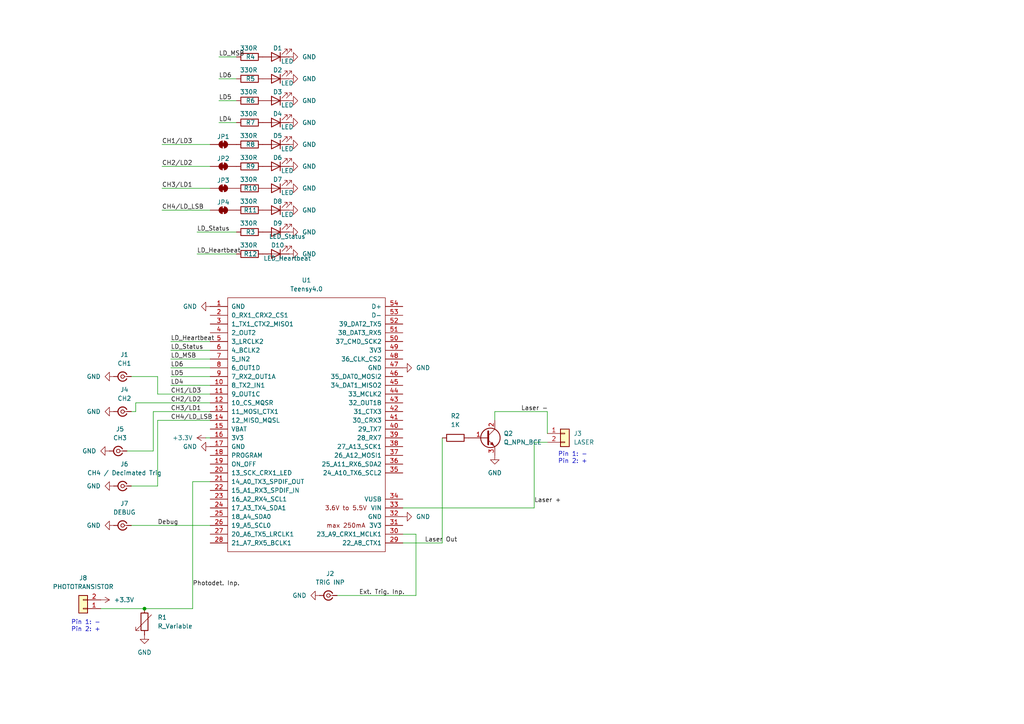
<source format=kicad_sch>
(kicad_sch (version 20231120) (generator "eeschema") (generator_version "8.0")
  (paper "A4")
  (lib_symbols
    (symbol "Connector:Conn_Coaxial_Small" (pin_numbers hide) (pin_names (offset 1.016) hide)
      (property "Reference" "J" (at 0.254 3.048 0))
      (property "Value" "Conn_Coaxial_Small" (at 0 -3.81 0))
      (symbol "Conn_Coaxial_Small_0_1"
        (polyline (pts (xy -2.54 0) (xy -0.508 0)))
        (circle (center 0 0) (radius 0.508) (stroke (width 0.2032)))
      )
      (symbol "Conn_Coaxial_Small_1_1"
        (arc (start -1.1916 -0.6311) (mid 0.327 -1.3081) (end 1.3484 0.0039) (stroke (width 0.3048)))
        (arc (start 1.3484 -0.0039) (mid 0.327 1.3081) (end -1.1916 0.6311) (stroke (width 0.3048)))
        (pin passive line (at -2.54 0 0) (length 1.27) (name "In") (number "1"))
        (pin passive line (at 2.54 0 180) (length 1.27) (name "Ext") (number "2"))
      )
    )
    (symbol "Connector_Generic:Conn_01x02" (pin_names (offset 1.016) hide)
      (property "Reference" "J" (at 0 2.54 0))
      (property "Value" "Conn_01x02" (at 0 -5.08 0))
      (symbol "Conn_01x02_1_1"
        (rectangle (start -1.27 -2.413) (end 0 -2.667) (stroke (width 0.1524)))
        (rectangle (start -1.27 0.127) (end 0 -0.127) (stroke (width 0.1524)))
        (rectangle (start -1.27 1.27) (end 1.27 -3.81) (stroke (width 0.254)) (fill (type background)))
        (pin passive line (at -5.08 0 0) (length 3.81) (name "Pin_1") (number "1"))
        (pin passive line (at -5.08 -2.54 0) (length 3.81) (name "Pin_2") (number "2"))
      )
    )
    (symbol "Device:LED" (pin_numbers hide) (pin_names (offset 1.016) hide)
      (property "Reference" "D" (at 0 2.54 0))
      (property "Value" "LED" (at 0 -2.54 0))
      (symbol "LED_0_1"
        (polyline (pts (xy -1.27 -1.27) (xy -1.27 1.27)) (stroke (width 0.254)))
        (polyline (pts (xy -1.27 0) (xy 1.27 0)))
        (polyline (pts (xy 1.27 -1.27) (xy 1.27 1.27) (xy -1.27 0) (xy 1.27 -1.27)) (stroke (width 0.254)))
        (polyline (pts (xy -3.048 -0.762) (xy -4.572 -2.286) (xy -3.81 -2.286) (xy -4.572 -2.286) (xy -4.572 -1.524)))
        (polyline (pts (xy -1.778 -0.762) (xy -3.302 -2.286) (xy -2.54 -2.286) (xy -3.302 -2.286) (xy -3.302 -1.524)))
      )
      (symbol "LED_1_1"
        (pin passive line (at -3.81 0 0) (length 2.54) (name "K") (number "1"))
        (pin passive line (at 3.81 0 180) (length 2.54) (name "A") (number "2"))
      )
    )
    (symbol "Device:Q_NPN_BCE" (pin_names (offset 0) hide)
      (property "Reference" "Q" (at 5.08 1.27 0))
      (property "Value" "Q_NPN_BCE" (at 5.08 -1.27 0))
      (symbol "Q_NPN_BCE_0_1"
        (polyline (pts (xy 0.635 0.635) (xy 2.54 2.54)))
        (polyline (pts (xy 0.635 -0.635) (xy 2.54 -2.54) (xy 2.54 -2.54)))
        (polyline (pts (xy 0.635 1.905) (xy 0.635 -1.905) (xy 0.635 -1.905)) (stroke (width 0.508)))
        (polyline (pts (xy 1.27 -1.778) (xy 1.778 -1.27) (xy 2.286 -2.286) (xy 1.27 -1.778) (xy 1.27 -1.778)) (fill (type outline)))
        (circle (center 1.27 0) (radius 2.8194) (stroke (width 0.254)))
      )
      (symbol "Q_NPN_BCE_1_1"
        (pin input line (at -5.08 0 0) (length 5.715) (name "B") (number "1"))
        (pin passive line (at 2.54 5.08 270) (length 2.54) (name "C") (number "2"))
        (pin passive line (at 2.54 -5.08 90) (length 2.54) (name "E") (number "3"))
      )
    )
    (symbol "Device:R" (pin_numbers hide) (pin_names (offset 0))
      (property "Reference" "R" (at 2.032 0 90))
      (property "Value" "R" (at 0 0 90))
      (symbol "R_0_1"
        (rectangle (start -1.016 -2.54) (end 1.016 2.54) (stroke (width 0.254)))
      )
      (symbol "R_1_1"
        (pin passive line (at 0 3.81 270) (length 1.27) (name "~") (number "1"))
        (pin passive line (at 0 -3.81 90) (length 1.27) (name "~") (number "2"))
      )
    )
    (symbol "Device:R_Variable" (pin_numbers hide) (pin_names (offset 0))
      (property "Reference" "R" (at 2.54 -2.54 90))
      (property "Value" "R_Variable" (at -2.54 -1.27 90))
      (symbol "R_Variable_0_1"
        (rectangle (start -1.016 -2.54) (end 1.016 2.54) (stroke (width 0.254)))
        (polyline (pts (xy 2.54 1.524) (xy 2.54 2.54) (xy 1.524 2.54) (xy 2.54 2.54) (xy -2.032 -2.032)))
      )
      (symbol "R_Variable_1_1"
        (pin passive line (at 0 3.81 270) (length 1.27) (name "~") (number "1"))
        (pin passive line (at 0 -3.81 90) (length 1.27) (name "~") (number "2"))
      )
    )
    (symbol "Jumper:SolderJumper_2_Bridged" (pin_numbers hide) (pin_names (offset 0) hide) (exclude_from_sim yes) (in_bom no)
      (property "Reference" "JP" (at 0 2.032 0))
      (property "Value" "SolderJumper_2_Bridged" (at 0 -2.54 0))
      (symbol "SolderJumper_2_Bridged_0_1"
        (rectangle (start -0.508 0.508) (end 0.508 -0.508) (fill (type outline)))
        (arc (start -0.254 1.016) (mid -1.2656 0) (end -0.254 -1.016))
        (arc (start -0.254 1.016) (mid -1.2656 0) (end -0.254 -1.016) (fill (type outline)))
        (polyline (pts (xy -0.254 1.016) (xy -0.254 -1.016)))
        (polyline (pts (xy 0.254 1.016) (xy 0.254 -1.016)))
        (arc (start 0.254 -1.016) (mid 1.2656 0) (end 0.254 1.016))
        (arc (start 0.254 -1.016) (mid 1.2656 0) (end 0.254 1.016) (fill (type outline)))
      )
      (symbol "SolderJumper_2_Bridged_1_1"
        (pin passive line (at -3.81 0 0) (length 2.54) (name "A") (number "1"))
        (pin passive line (at 3.81 0 180) (length 2.54) (name "B") (number "2"))
      )
    )
    (symbol "power:+3.3V" (power) (pin_numbers hide) (pin_names (offset 0) hide)
      (property "Value" "+3.3V" (at 0 3.556 0))
      (symbol "+3.3V_0_1"
        (polyline (pts (xy -0.762 1.27) (xy 0 2.54)))
        (polyline (pts (xy 0 0) (xy 0 2.54)))
        (polyline (pts (xy 0 2.54) (xy 0.762 1.27)))
      )
      (symbol "+3.3V_1_1"
        (pin power_in line (at 0 0 90) (length 0) (name "~") (number "1"))
      )
    )
    (symbol "power:GND" (power) (pin_numbers hide) (pin_names (offset 0) hide)
      (property "Value" "GND" (at 0 -3.81 0))
      (symbol "GND_0_1"
        (polyline (pts (xy 0 0) (xy 0 -1.27) (xy 1.27 -1.27) (xy 0 -2.54) (xy -1.27 -1.27) (xy 0 -1.27)))
      )
      (symbol "GND_1_1"
        (pin power_in line (at 0 0 270) (length 0) (name "~") (number "1"))
      )
    )
    (symbol "teensy:Teensy4.0" (pin_names (offset 1.016))
      (property "Reference" "U" (at 0 39.37 0))
      (property "Value" "Teensy4.0" (at 0 -39.37 0))
      (symbol "Teensy4.0_0_0"
        (text "3.6V to 5.5V" (at 11.43 -24.13 0) (effects (font (size 1.27 1.27))))
        (text "max 250mA" (at 11.43 -29.21 0) (effects (font (size 1.27 1.27))))
        (pin bidirectional line (at -27.94 11.43 0) (length 5.08) (name "8_TX2_IN1") (number "10"))
        (pin bidirectional line (at -27.94 8.89 0) (length 5.08) (name "9_OUT1C") (number "11"))
        (pin bidirectional line (at -27.94 6.35 0) (length 5.08) (name "10_CS_MQSR") (number "12"))
        (pin bidirectional line (at -27.94 3.81 0) (length 5.08) (name "11_MOSI_CTX1") (number "13"))
        (pin bidirectional line (at -27.94 1.27 0) (length 5.08) (name "12_MISO_MQSL") (number "14"))
        (pin power_in line (at -27.94 -1.27 0) (length 5.08) (name "VBAT") (number "15"))
        (pin power_in line (at -27.94 -3.81 0) (length 5.08) (name "3V3") (number "16"))
        (pin power_in line (at -27.94 -6.35 0) (length 5.08) (name "GND") (number "17"))
        (pin input line (at -27.94 -8.89 0) (length 5.08) (name "PROGRAM") (number "18"))
        (pin input line (at -27.94 -11.43 0) (length 5.08) (name "ON_OFF") (number "19"))
        (pin bidirectional line (at -27.94 -13.97 0) (length 5.08) (name "13_SCK_CRX1_LED") (number "20"))
        (pin bidirectional line (at -27.94 -16.51 0) (length 5.08) (name "14_A0_TX3_SPDIF_OUT") (number "21"))
        (pin bidirectional line (at -27.94 -19.05 0) (length 5.08) (name "15_A1_RX3_SPDIF_IN") (number "22"))
        (pin bidirectional line (at -27.94 -21.59 0) (length 5.08) (name "16_A2_RX4_SCL1") (number "23"))
        (pin bidirectional line (at -27.94 -24.13 0) (length 5.08) (name "17_A3_TX4_SDA1") (number "24"))
        (pin bidirectional line (at -27.94 -26.67 0) (length 5.08) (name "18_A4_SDA0") (number "25"))
        (pin bidirectional line (at -27.94 -29.21 0) (length 5.08) (name "19_A5_SCL0") (number "26"))
        (pin bidirectional line (at -27.94 -31.75 0) (length 5.08) (name "20_A6_TX5_LRCLK1") (number "27"))
        (pin bidirectional line (at -27.94 -34.29 0) (length 5.08) (name "21_A7_RX5_BCLK1") (number "28"))
        (pin bidirectional line (at 27.94 -34.29 180) (length 5.08) (name "22_A8_CTX1") (number "29"))
        (pin bidirectional line (at 27.94 -31.75 180) (length 5.08) (name "23_A9_CRX1_MCLK1") (number "30"))
        (pin power_out line (at 27.94 -29.21 180) (length 5.08) (name "3V3") (number "31"))
        (pin power_in line (at 27.94 -26.67 180) (length 5.08) (name "GND") (number "32"))
        (pin power_in line (at 27.94 -24.13 180) (length 5.08) (name "VIN") (number "33"))
        (pin power_out line (at 27.94 -21.59 180) (length 5.08) (name "VUSB") (number "34"))
        (pin bidirectional line (at 27.94 -13.97 180) (length 5.08) (name "24_A10_TX6_SCL2") (number "35"))
        (pin bidirectional line (at 27.94 -11.43 180) (length 5.08) (name "25_A11_RX6_SDA2") (number "36"))
        (pin bidirectional line (at 27.94 -8.89 180) (length 5.08) (name "26_A12_MOSI1") (number "37"))
        (pin bidirectional line (at 27.94 -6.35 180) (length 5.08) (name "27_A13_SCK1") (number "38"))
        (pin bidirectional line (at 27.94 -3.81 180) (length 5.08) (name "28_RX7") (number "39"))
        (pin bidirectional line (at 27.94 -1.27 180) (length 5.08) (name "29_TX7") (number "40"))
        (pin bidirectional line (at 27.94 1.27 180) (length 5.08) (name "30_CRX3") (number "41"))
        (pin bidirectional line (at 27.94 3.81 180) (length 5.08) (name "31_CTX3") (number "42"))
        (pin bidirectional line (at 27.94 6.35 180) (length 5.08) (name "32_OUT1B") (number "43"))
        (pin bidirectional line (at 27.94 8.89 180) (length 5.08) (name "33_MCLK2") (number "44"))
        (pin bidirectional line (at 27.94 11.43 180) (length 5.08) (name "34_DAT1_MISO2") (number "45"))
        (pin bidirectional line (at 27.94 13.97 180) (length 5.08) (name "35_DAT0_MOSI2") (number "46"))
        (pin power_out line (at 27.94 16.51 180) (length 5.08) (name "GND") (number "47"))
        (pin bidirectional line (at 27.94 19.05 180) (length 5.08) (name "36_CLK_CS2") (number "48"))
        (pin power_out line (at 27.94 21.59 180) (length 5.08) (name "3V3") (number "49"))
        (pin bidirectional line (at -27.94 24.13 0) (length 5.08) (name "3_LRCLK2") (number "5"))
        (pin bidirectional line (at 27.94 24.13 180) (length 5.08) (name "37_CMD_SCK2") (number "50"))
        (pin bidirectional line (at 27.94 26.67 180) (length 5.08) (name "38_DAT3_RX5") (number "51"))
        (pin bidirectional line (at 27.94 29.21 180) (length 5.08) (name "39_DAT2_TX5") (number "52"))
        (pin bidirectional line (at 27.94 31.75 180) (length 5.08) (name "D-") (number "53"))
        (pin bidirectional line (at 27.94 34.29 180) (length 5.08) (name "D+") (number "54"))
        (pin bidirectional line (at -27.94 21.59 0) (length 5.08) (name "4_BCLK2") (number "6"))
        (pin bidirectional line (at -27.94 19.05 0) (length 5.08) (name "5_IN2") (number "7"))
        (pin bidirectional line (at -27.94 16.51 0) (length 5.08) (name "6_OUT1D") (number "8"))
        (pin bidirectional line (at -27.94 13.97 0) (length 5.08) (name "7_RX2_OUT1A") (number "9"))
      )
      (symbol "Teensy4.0_0_1"
        (rectangle (start -22.86 36.83) (end 22.86 -36.83))
        (rectangle (start -20.32 -31.75) (end -20.32 -31.75))
      )
      (symbol "Teensy4.0_1_1"
        (pin power_in line (at -27.94 34.29 0) (length 5.08) (name "GND") (number "1"))
        (pin bidirectional line (at -27.94 31.75 0) (length 5.08) (name "0_RX1_CRX2_CS1") (number "2"))
        (pin bidirectional line (at -27.94 29.21 0) (length 5.08) (name "1_TX1_CTX2_MISO1") (number "3"))
        (pin bidirectional line (at -27.94 26.67 0) (length 5.08) (name "2_OUT2") (number "4"))
      )
    )
  )
  (junction (at 41.91 176.53))
  (wire (pts (xy 46.99 41.91) (xy 60.96 41.91)))
  (wire (pts (xy 128.27 157.48) (xy 128.27 127)))
  (wire (pts (xy 46.99 48.26) (xy 60.96 48.26)))
  (wire (pts (xy 49.53 106.68) (xy 60.96 106.68)))
  (wire (pts (xy 45.72 121.92) (xy 45.72 140.97)))
  (wire (pts (xy 49.53 99.06) (xy 60.96 99.06)))
  (wire (pts (xy 49.53 104.14) (xy 60.96 104.14)))
  (wire (pts (xy 154.94 128.27) (xy 158.75 128.27)))
  (wire (pts (xy 44.45 119.38) (xy 44.45 130.81)))
  (wire (pts (xy 39.37 119.38) (xy 38.1 119.38)))
  (wire (pts (xy 143.51 119.38) (xy 158.75 119.38)))
  (wire (pts (xy 41.91 176.53) (xy 55.88 176.53)))
  (wire (pts (xy 46.99 54.61) (xy 60.96 54.61)))
  (wire (pts (xy 49.53 109.22) (xy 60.96 109.22)))
  (wire (pts (xy 60.96 127) (xy 59.69 127)))
  (wire (pts (xy 154.94 147.32) (xy 154.94 128.27)))
  (wire (pts (xy 63.5 16.51) (xy 68.58 16.51)))
  (wire (pts (xy 63.5 22.86) (xy 68.58 22.86)))
  (wire (pts (xy 60.96 119.38) (xy 44.45 119.38)))
  (wire (pts (xy 55.88 139.7) (xy 55.88 176.53)))
  (wire (pts (xy 60.96 114.3) (xy 45.72 114.3)))
  (wire (pts (xy 49.53 111.76) (xy 60.96 111.76)))
  (wire (pts (xy 49.53 101.6) (xy 60.96 101.6)))
  (wire (pts (xy 116.84 147.32) (xy 154.94 147.32)))
  (wire (pts (xy 39.37 116.84) (xy 39.37 119.38)))
  (wire (pts (xy 60.96 139.7) (xy 55.88 139.7)))
  (wire (pts (xy 120.65 154.94) (xy 120.65 172.72)))
  (wire (pts (xy 46.99 60.96) (xy 60.96 60.96)))
  (wire (pts (xy 38.1 140.97) (xy 45.72 140.97)))
  (wire (pts (xy 38.1 109.22) (xy 45.72 109.22)))
  (wire (pts (xy 45.72 114.3) (xy 45.72 109.22)))
  (wire (pts (xy 57.15 73.66) (xy 68.58 73.66)))
  (wire (pts (xy 116.84 157.48) (xy 128.27 157.48)))
  (wire (pts (xy 116.84 154.94) (xy 120.65 154.94)))
  (wire (pts (xy 38.1 152.4) (xy 60.96 152.4)))
  (wire (pts (xy 143.51 121.92) (xy 143.51 119.38)))
  (wire (pts (xy 158.75 119.38) (xy 158.75 125.73)))
  (wire (pts (xy 60.96 121.92) (xy 45.72 121.92)))
  (wire (pts (xy 29.21 176.53) (xy 41.91 176.53)))
  (wire (pts (xy 36.83 130.81) (xy 44.45 130.81)))
  (wire (pts (xy 63.5 29.21) (xy 68.58 29.21)))
  (wire (pts (xy 57.15 67.31) (xy 68.58 67.31)))
  (wire (pts (xy 39.37 116.84) (xy 60.96 116.84)))
  (wire (pts (xy 97.79 172.72) (xy 120.65 172.72)))
  (wire (pts (xy 63.5 35.56) (xy 68.58 35.56)))
  (text "Pin 1: -\nPin 2: +" (at 24.892 181.61 0) (effects (font (size 1.27 1.27))))
  (text "Pin 1: -\nPin 2: +" (at 166.116 132.842 0) (effects (font (size 1.27 1.27))))
  (label "LD5" (at 49.53 109.22 0))
  (label "Laser Out" (at 123.19 157.48 0))
  (label "CH1{slash}LD3" (at 49.53 114.3 0))
  (label "CH3{slash}LD1" (at 49.53 119.38 0))
  (label "CH4{slash}LD_LSB" (at 49.53 121.92 0))
  (label "LD5" (at 63.5 29.21 0))
  (label "CH1{slash}LD3" (at 46.99 41.91 0))
  (label "Photodet. Inp." (at 55.88 170.18 0))
  (label "Ext. Trig. Inp." (at 104.14 172.72 0))
  (label "CH4{slash}LD_LSB" (at 46.99 60.96 0))
  (label "Debug" (at 45.72 152.4 0))
  (label "CH2{slash}LD2" (at 49.53 116.84 0))
  (label "Laser -" (at 151.13 119.38 0))
  (label "CH2{slash}LD2" (at 46.99 48.26 0))
  (label "LD4" (at 49.53 111.76 0))
  (label "Laser +" (at 154.94 146.05 0))
  (label "LD_MSB" (at 49.53 104.14 0))
  (label "LD_Heartbeat" (at 57.15 73.66 0))
  (label "LD_Heartbeat" (at 49.53 99.06 0))
  (label "LD4" (at 63.5 35.56 0))
  (label "LD_Status" (at 57.15 67.31 0))
  (label "LD_MSB" (at 63.5 16.51 0))
  (label "LD_Status" (at 49.53 101.6 0))
  (label "LD6" (at 49.53 106.68 0))
  (label "CH3{slash}LD1" (at 46.99 54.61 0))
  (label "LD6" (at 63.5 22.86 0))
  (symbol (lib_id "Connector_Generic:Conn_01x02") (at 24.13 176.53 180) (unit 1)
    (property "Reference" "J8" (at 24.13 167.64 0))
    (property "Value" "PHOTOTRANSISTOR" (at 24.13 170.18 0))
    (property "Footprint" "Connector_JST:JST_EH_S2B-EH_1x02_P2.50mm_Horizontal" (effects (hide yes)))
    (property "Description" "Generic connector, single row, 01x02, script generated (kicad-library-utils/schlib/autogen/connector/)" (effects (hide yes)))
  )
  (symbol (lib_id "Jumper:SolderJumper_2_Bridged") (at 64.77 60.96 0) (unit 1) (exclude_from_sim yes) (in_bom no)
    (property "Reference" "JP4" (at 64.77 58.674 0))
    (property "Value" "Isolator" (effects (hide yes)))
    (property "Footprint" "Jumper:SolderJumper-2_P1.3mm_Bridged2Bar_Pad1.0x1.5mm" (effects (hide yes)))
    (property "Description" "Solder Jumper, 2-pole, closed/bridged" (effects (hide yes)))
  )
  (symbol (lib_id "power:GND") (at 83.82 16.51 90) (unit 1)
    (property "Reference" "#PWR06" (effects (hide yes)))
    (property "Value" "GND" (at 87.63 16.5099 90) (effects (justify right)))
    (property "Description" "Power symbol creates a global label with name \"GND\" , ground" (effects (hide yes)))
  )
  (symbol (lib_id "Device:Q_NPN_BCE") (at 140.97 127 0) (unit 1)
    (property "Reference" "Q2" (at 146.05 125.7299 0) (effects (justify left)))
    (property "Value" "Q_NPN_BCE" (at 146.05 128.2699 0) (effects (justify left)))
    (property "Footprint" "Package_TO_SOT_SMD:SOT-23" (effects (hide yes)))
    (property "Description" "NPN transistor, base/collector/emitter" (effects (hide yes)))
  )
  (symbol (lib_id "power:GND") (at 31.75 130.81 270) (unit 1)
    (property "Reference" "#PWR03" (effects (hide yes)))
    (property "Value" "GND" (at 27.94 130.8099 90) (effects (justify right)))
    (property "Description" "Power symbol creates a global label with name \"GND\" , ground" (effects (hide yes)))
  )
  (symbol (lib_id "power:GND") (at 116.84 106.68 90) (unit 1)
    (property "Reference" "#PWR012" (effects (hide yes)))
    (property "Value" "GND" (at 120.65 106.6799 90) (effects (justify right)))
    (property "Description" "Power symbol creates a global label with name \"GND\" , ground" (effects (hide yes)))
  )
  (symbol (lib_id "Device:LED") (at 80.01 60.96 180) (unit 1)
    (property "Reference" "D8" (at 80.518 58.42 0))
    (property "Value" "LED" (at 83.312 62.23 0))
    (property "Footprint" "LED_SMD:LED_0805_2012Metric" (effects (hide yes)))
    (property "Description" "Light emitting diode" (effects (hide yes)))
  )
  (symbol (lib_id "power:GND") (at 33.02 109.22 270) (unit 1)
    (property "Reference" "#PWR01" (effects (hide yes)))
    (property "Value" "GND" (at 29.21 109.2199 90) (effects (justify right)))
    (property "Description" "Power symbol creates a global label with name \"GND\" , ground" (effects (hide yes)))
  )
  (symbol (lib_id "Connector_Generic:Conn_01x02") (at 163.83 125.73 0) (unit 1)
    (property "Reference" "J3" (at 166.37 125.7299 0) (effects (justify left)))
    (property "Value" "LASER" (at 166.37 128.2699 0) (effects (justify left)))
    (property "Footprint" "Connector_JST:JST_EH_S2B-EH_1x02_P2.50mm_Horizontal" (effects (hide yes)))
    (property "Description" "Generic connector, single row, 01x02, script generated (kicad-library-utils/schlib/autogen/connector/)" (effects (hide yes)))
  )
  (symbol (lib_id "Device:LED") (at 80.01 22.86 180) (unit 1)
    (property "Reference" "D2" (at 80.518 20.32 0))
    (property "Value" "LED" (at 83.312 24.13 0))
    (property "Footprint" "LED_SMD:LED_0805_2012Metric" (effects (hide yes)))
    (property "Description" "Light emitting diode" (effects (hide yes)))
  )
  (symbol (lib_id "power:GND") (at 83.82 48.26 90) (unit 1)
    (property "Reference" "#PWR017" (effects (hide yes)))
    (property "Value" "GND" (at 87.63 48.2599 90) (effects (justify right)))
    (property "Description" "Power symbol creates a global label with name \"GND\" , ground" (effects (hide yes)))
  )
  (symbol (lib_id "Device:LED") (at 80.01 41.91 180) (unit 1)
    (property "Reference" "D5" (at 80.518 39.37 0))
    (property "Value" "LED" (at 83.312 43.18 0))
    (property "Footprint" "LED_SMD:LED_0805_2012Metric" (effects (hide yes)))
    (property "Description" "Light emitting diode" (effects (hide yes)))
  )
  (symbol (lib_id "Device:R") (at 72.39 29.21 270) (unit 1)
    (property "Reference" "R6" (at 72.644 29.21 90))
    (property "Value" "330R" (at 72.136 26.67 90))
    (property "Footprint" "Resistor_SMD:R_0805_2012Metric" (effects (hide yes)))
    (property "Description" "Resistor" (effects (hide yes)))
  )
  (symbol (lib_id "power:+3.3V") (at 29.21 173.99 270) (unit 1)
    (property "Reference" "#PWR024" (effects (hide yes)))
    (property "Value" "+3.3V" (at 33.02 173.9899 90) (effects (justify left)))
    (property "Description" "Power symbol creates a global label with name \"+3.3V\"" (effects (hide yes)))
  )
  (symbol (lib_id "Jumper:SolderJumper_2_Bridged") (at 64.77 41.91 0) (unit 1) (exclude_from_sim yes) (in_bom no)
    (property "Reference" "JP1" (at 64.77 39.624 0))
    (property "Value" "Isolator" (effects (hide yes)))
    (property "Footprint" "Jumper:SolderJumper-2_P1.3mm_Bridged2Bar_Pad1.0x1.5mm" (effects (hide yes)))
    (property "Description" "Solder Jumper, 2-pole, closed/bridged" (effects (hide yes)))
  )
  (symbol (lib_id "Device:LED") (at 80.01 29.21 180) (unit 1)
    (property "Reference" "D3" (at 80.518 26.67 0))
    (property "Value" "LED" (at 83.312 30.48 0))
    (property "Footprint" "LED_SMD:LED_0805_2012Metric" (effects (hide yes)))
    (property "Description" "Light emitting diode" (effects (hide yes)))
  )
  (symbol (lib_id "teensy:Teensy4.0") (at 88.9 123.19 0) (unit 1)
    (property "Reference" "U1" (at 88.9 81.28 0))
    (property "Value" "Teensy4.0" (at 88.9 83.82 0))
    (property "Footprint" "teensy:Teensy40" (effects (hide yes)))
  )
  (symbol (lib_id "Device:R") (at 132.08 127 270) (unit 1)
    (property "Reference" "R2" (at 132.08 120.65 90))
    (property "Value" "1K" (at 132.08 123.19 90))
    (property "Footprint" "Resistor_SMD:R_0805_2012Metric" (effects (hide yes)))
    (property "Description" "Resistor" (effects (hide yes)))
  )
  (symbol (lib_id "Device:R") (at 72.39 35.56 270) (unit 1)
    (property "Reference" "R7" (at 72.644 35.56 90))
    (property "Value" "330R" (at 72.136 33.02 90))
    (property "Footprint" "Resistor_SMD:R_0805_2012Metric" (effects (hide yes)))
    (property "Description" "Resistor" (effects (hide yes)))
  )
  (symbol (lib_id "power:GND") (at 60.96 88.9 270) (unit 1)
    (property "Reference" "#PWR010" (effects (hide yes)))
    (property "Value" "GND" (at 57.15 88.8999 90) (effects (justify right)))
    (property "Description" "Power symbol creates a global label with name \"GND\" , ground" (effects (hide yes)))
  )
  (symbol (lib_id "Connector:Conn_Coaxial_Small") (at 35.56 109.22 180) (unit 1)
    (property "Reference" "J1" (at 36.0795 102.87 0))
    (property "Value" "CH1" (at 36.0795 105.41 0))
    (property "Footprint" "Connector_Coaxial:SMA_Amphenol_132134_Vertical" (effects (hide yes)))
    (property "Datasheet" " ~" (effects (hide yes)))
    (property "Description" "small coaxial connector (BNC, SMA, SMB, SMC, Cinch/RCA, LEMO, ...)" (effects (hide yes)))
  )
  (symbol (lib_id "Device:R") (at 72.39 22.86 270) (unit 1)
    (property "Reference" "R5" (at 72.644 22.86 90))
    (property "Value" "330R" (at 72.136 20.32 90))
    (property "Footprint" "Resistor_SMD:R_0805_2012Metric" (effects (hide yes)))
    (property "Description" "Resistor" (effects (hide yes)))
  )
  (symbol (lib_id "power:GND") (at 33.02 152.4 270) (unit 1)
    (property "Reference" "#PWR05" (effects (hide yes)))
    (property "Value" "GND" (at 29.21 152.3999 90) (effects (justify right)))
    (property "Description" "Power symbol creates a global label with name \"GND\" , ground" (effects (hide yes)))
  )
  (symbol (lib_id "power:GND") (at 83.82 35.56 90) (unit 1)
    (property "Reference" "#PWR015" (effects (hide yes)))
    (property "Value" "GND" (at 87.63 35.5599 90) (effects (justify right)))
    (property "Description" "Power symbol creates a global label with name \"GND\" , ground" (effects (hide yes)))
  )
  (symbol (lib_id "power:GND") (at 83.82 60.96 90) (unit 1)
    (property "Reference" "#PWR019" (effects (hide yes)))
    (property "Value" "GND" (at 87.63 60.9599 90) (effects (justify right)))
    (property "Description" "Power symbol creates a global label with name \"GND\" , ground" (effects (hide yes)))
  )
  (symbol (lib_id "Device:LED") (at 80.01 35.56 180) (unit 1)
    (property "Reference" "D4" (at 80.518 33.02 0))
    (property "Value" "LED" (at 83.312 36.83 0))
    (property "Footprint" "LED_SMD:LED_0805_2012Metric" (effects (hide yes)))
    (property "Description" "Light emitting diode" (effects (hide yes)))
  )
  (symbol (lib_id "power:GND") (at 83.82 22.86 90) (unit 1)
    (property "Reference" "#PWR07" (effects (hide yes)))
    (property "Value" "GND" (at 87.63 22.8599 90) (effects (justify right)))
    (property "Description" "Power symbol creates a global label with name \"GND\" , ground" (effects (hide yes)))
  )
  (symbol (lib_id "Connector:Conn_Coaxial_Small") (at 95.25 172.72 180) (unit 1)
    (property "Reference" "J2" (at 95.7695 166.37 0))
    (property "Value" "TRIG INP" (at 95.7695 168.91 0))
    (property "Footprint" "Connector_Coaxial:SMA_Amphenol_132134_Vertical" (effects (hide yes)))
    (property "Datasheet" " ~" (effects (hide yes)))
    (property "Description" "small coaxial connector (BNC, SMA, SMB, SMC, Cinch/RCA, LEMO, ...)" (effects (hide yes)))
  )
  (symbol (lib_id "Connector:Conn_Coaxial_Small") (at 35.56 119.38 180) (unit 1)
    (property "Reference" "J4" (at 36.0795 113.03 0))
    (property "Value" "CH2" (at 36.0795 115.57 0))
    (property "Footprint" "Connector_Coaxial:SMA_Amphenol_132134_Vertical" (effects (hide yes)))
    (property "Datasheet" " ~" (effects (hide yes)))
    (property "Description" "small coaxial connector (BNC, SMA, SMB, SMC, Cinch/RCA, LEMO, ...)" (effects (hide yes)))
  )
  (symbol (lib_id "power:GND") (at 83.82 54.61 90) (unit 1)
    (property "Reference" "#PWR018" (effects (hide yes)))
    (property "Value" "GND" (at 87.63 54.6099 90) (effects (justify right)))
    (property "Description" "Power symbol creates a global label with name \"GND\" , ground" (effects (hide yes)))
  )
  (symbol (lib_id "power:GND") (at 83.82 29.21 90) (unit 1)
    (property "Reference" "#PWR08" (effects (hide yes)))
    (property "Value" "GND" (at 87.63 29.2099 90) (effects (justify right)))
    (property "Description" "Power symbol creates a global label with name \"GND\" , ground" (effects (hide yes)))
  )
  (symbol (lib_id "power:GND") (at 83.82 41.91 90) (unit 1)
    (property "Reference" "#PWR016" (effects (hide yes)))
    (property "Value" "GND" (at 87.63 41.9099 90) (effects (justify right)))
    (property "Description" "Power symbol creates a global label with name \"GND\" , ground" (effects (hide yes)))
  )
  (symbol (lib_id "Connector:Conn_Coaxial_Small") (at 35.56 152.4 180) (unit 1)
    (property "Reference" "J7" (at 36.0795 146.05 0))
    (property "Value" "DEBUG" (at 36.0795 148.59 0))
    (property "Footprint" "Connector_Coaxial:SMA_Amphenol_132134_Vertical" (effects (hide yes)))
    (property "Datasheet" " ~" (effects (hide yes)))
    (property "Description" "small coaxial connector (BNC, SMA, SMB, SMC, Cinch/RCA, LEMO, ...)" (effects (hide yes)))
  )
  (symbol (lib_id "Device:R") (at 72.39 48.26 270) (unit 1)
    (property "Reference" "R9" (at 72.644 48.26 90))
    (property "Value" "330R" (at 72.136 45.72 90))
    (property "Footprint" "Resistor_SMD:R_0805_2012Metric" (effects (hide yes)))
    (property "Description" "Resistor" (effects (hide yes)))
  )
  (symbol (lib_id "power:GND") (at 33.02 140.97 270) (unit 1)
    (property "Reference" "#PWR04" (effects (hide yes)))
    (property "Value" "GND" (at 29.21 140.9699 90) (effects (justify right)))
    (property "Description" "Power symbol creates a global label with name \"GND\" , ground" (effects (hide yes)))
  )
  (symbol (lib_id "power:GND") (at 83.82 73.66 90) (unit 1)
    (property "Reference" "#PWR021" (effects (hide yes)))
    (property "Value" "GND" (at 87.63 73.6599 90) (effects (justify right)))
    (property "Description" "Power symbol creates a global label with name \"GND\" , ground" (effects (hide yes)))
  )
  (symbol (lib_id "Device:LED") (at 80.01 16.51 180) (unit 1)
    (property "Reference" "D1" (at 80.518 13.97 0))
    (property "Value" "LED" (at 83.312 17.78 0))
    (property "Footprint" "LED_SMD:LED_0805_2012Metric" (effects (hide yes)))
    (property "Description" "Light emitting diode" (effects (hide yes)))
  )
  (symbol (lib_id "power:GND") (at 143.51 132.08 0) (unit 1)
    (property "Reference" "#PWR014" (effects (hide yes)))
    (property "Value" "GND" (at 143.51 137.16 0))
    (property "Description" "Power symbol creates a global label with name \"GND\" , ground" (effects (hide yes)))
  )
  (symbol (lib_id "Device:LED") (at 80.01 67.31 180) (unit 1)
    (property "Reference" "D9" (at 80.518 64.77 0))
    (property "Value" "LED_Status" (at 83.312 68.58 0))
    (property "Footprint" "LED_SMD:LED_0805_2012Metric" (effects (hide yes)))
    (property "Description" "Light emitting diode" (effects (hide yes)))
  )
  (symbol (lib_id "power:GND") (at 60.96 129.54 270) (unit 1)
    (property "Reference" "#PWR011" (effects (hide yes)))
    (property "Value" "GND" (at 57.15 129.5399 90) (effects (justify right)))
    (property "Description" "Power symbol creates a global label with name \"GND\" , ground" (effects (hide yes)))
  )
  (symbol (lib_id "power:GND") (at 41.91 184.15 0) (unit 1)
    (property "Reference" "#PWR022" (effects (hide yes)))
    (property "Value" "GND" (at 41.91 189.23 0))
    (property "Description" "Power symbol creates a global label with name \"GND\" , ground" (effects (hide yes)))
  )
  (symbol (lib_id "Connector:Conn_Coaxial_Small") (at 35.56 140.97 180) (unit 1)
    (property "Reference" "J6" (at 36.0795 134.62 0))
    (property "Value" "CH4 / Decimated Trig" (at 36.0795 137.16 0))
    (property "Footprint" "Connector_Coaxial:SMA_Amphenol_132134_Vertical" (effects (hide yes)))
    (property "Datasheet" " ~" (effects (hide yes)))
    (property "Description" "small coaxial connector (BNC, SMA, SMB, SMC, Cinch/RCA, LEMO, ...)" (effects (hide yes)))
  )
  (symbol (lib_id "power:GND") (at 92.71 172.72 270) (unit 1)
    (property "Reference" "#PWR09" (effects (hide yes)))
    (property "Value" "GND" (at 88.9 172.7199 90) (effects (justify right)))
    (property "Description" "Power symbol creates a global label with name \"GND\" , ground" (effects (hide yes)))
  )
  (symbol (lib_id "Device:R") (at 72.39 41.91 270) (unit 1)
    (property "Reference" "R8" (at 72.644 41.91 90))
    (property "Value" "330R" (at 72.136 39.37 90))
    (property "Footprint" "Resistor_SMD:R_0805_2012Metric" (effects (hide yes)))
    (property "Description" "Resistor" (effects (hide yes)))
  )
  (symbol (lib_id "Device:R") (at 72.39 67.31 270) (unit 1)
    (property "Reference" "R3" (at 72.644 67.31 90))
    (property "Value" "330R" (at 72.136 64.77 90))
    (property "Footprint" "Resistor_SMD:R_0805_2012Metric" (effects (hide yes)))
    (property "Description" "Resistor" (effects (hide yes)))
  )
  (symbol (lib_id "power:GND") (at 116.84 149.86 90) (unit 1)
    (property "Reference" "#PWR013" (effects (hide yes)))
    (property "Value" "GND" (at 120.65 149.8599 90) (effects (justify right)))
    (property "Description" "Power symbol creates a global label with name \"GND\" , ground" (effects (hide yes)))
  )
  (symbol (lib_id "Connector:Conn_Coaxial_Small") (at 34.29 130.81 180) (unit 1)
    (property "Reference" "J5" (at 34.8095 124.46 0))
    (property "Value" "CH3" (at 34.8095 127 0))
    (property "Footprint" "Connector_Coaxial:SMA_Amphenol_132134_Vertical" (effects (hide yes)))
    (property "Datasheet" " ~" (effects (hide yes)))
    (property "Description" "small coaxial connector (BNC, SMA, SMB, SMC, Cinch/RCA, LEMO, ...)" (effects (hide yes)))
  )
  (symbol (lib_id "power:+3.3V") (at 59.69 127 90) (unit 1)
    (property "Reference" "#PWR023" (effects (hide yes)))
    (property "Value" "+3.3V" (at 55.88 126.9999 90) (effects (justify left)))
    (property "Description" "Power symbol creates a global label with name \"+3.3V\"" (effects (hide yes)))
  )
  (symbol (lib_id "Device:LED") (at 80.01 48.26 180) (unit 1)
    (property "Reference" "D6" (at 80.518 45.72 0))
    (property "Value" "LED" (at 83.312 49.53 0))
    (property "Footprint" "LED_SMD:LED_0805_2012Metric" (effects (hide yes)))
    (property "Description" "Light emitting diode" (effects (hide yes)))
  )
  (symbol (lib_id "Device:R") (at 72.39 16.51 270) (unit 1)
    (property "Reference" "R4" (at 72.644 16.51 90))
    (property "Value" "330R" (at 72.136 13.97 90))
    (property "Footprint" "Resistor_SMD:R_0805_2012Metric" (effects (hide yes)))
    (property "Description" "Resistor" (effects (hide yes)))
  )
  (symbol (lib_id "Device:R") (at 72.39 54.61 270) (unit 1)
    (property "Reference" "R10" (at 72.644 54.61 90))
    (property "Value" "330R" (at 72.136 52.07 90))
    (property "Footprint" "Resistor_SMD:R_0805_2012Metric" (effects (hide yes)))
    (property "Description" "Resistor" (effects (hide yes)))
  )
  (symbol (lib_id "power:GND") (at 33.02 119.38 270) (unit 1)
    (property "Reference" "#PWR02" (effects (hide yes)))
    (property "Value" "GND" (at 29.21 119.3799 90) (effects (justify right)))
    (property "Description" "Power symbol creates a global label with name \"GND\" , ground" (effects (hide yes)))
  )
  (symbol (lib_id "Device:R") (at 72.39 73.66 270) (unit 1)
    (property "Reference" "R12" (at 72.644 73.66 90))
    (property "Value" "330R" (at 72.136 71.12 90))
    (property "Footprint" "Resistor_SMD:R_0805_2012Metric" (effects (hide yes)))
    (property "Description" "Resistor" (effects (hide yes)))
  )
  (symbol (lib_id "Device:R") (at 72.39 60.96 270) (unit 1)
    (property "Reference" "R11" (at 72.644 60.96 90))
    (property "Value" "330R" (at 72.136 58.42 90))
    (property "Footprint" "Resistor_SMD:R_0805_2012Metric" (effects (hide yes)))
    (property "Description" "Resistor" (effects (hide yes)))
  )
  (symbol (lib_id "Device:LED") (at 80.01 73.66 180) (unit 1)
    (property "Reference" "D10" (at 80.518 71.12 0))
    (property "Value" "LED_Heartbeat" (at 83.312 74.93 0))
    (property "Footprint" "LED_SMD:LED_0805_2012Metric" (effects (hide yes)))
    (property "Description" "Light emitting diode" (effects (hide yes)))
  )
  (symbol (lib_id "power:GND") (at 83.82 67.31 90) (unit 1)
    (property "Reference" "#PWR020" (effects (hide yes)))
    (property "Value" "GND" (at 87.63 67.3099 90) (effects (justify right)))
    (property "Description" "Power symbol creates a global label with name \"GND\" , ground" (effects (hide yes)))
  )
  (symbol (lib_id "Device:R_Variable") (at 41.91 180.34 180) (unit 1)
    (property "Reference" "R1" (at 45.72 179.0699 0) (effects (justify right)))
    (property "Value" "R_Variable" (at 45.72 181.6099 0) (effects (justify right)))
    (property "Footprint" "Resistor_SMD:R_0805_2012Metric" (effects (hide yes)))
    (property "Description" "Variable resistor" (effects (hide yes)))
  )
  (symbol (lib_id "Jumper:SolderJumper_2_Bridged") (at 64.77 54.61 0) (unit 1) (exclude_from_sim yes) (in_bom no)
    (property "Reference" "JP3" (at 64.77 52.324 0))
    (property "Value" "Isolator" (effects (hide yes)))
    (property "Footprint" "Jumper:SolderJumper-2_P1.3mm_Bridged2Bar_Pad1.0x1.5mm" (effects (hide yes)))
    (property "Description" "Solder Jumper, 2-pole, closed/bridged" (effects (hide yes)))
  )
  (symbol (lib_id "Device:LED") (at 80.01 54.61 180) (unit 1)
    (property "Reference" "D7" (at 80.518 52.07 0))
    (property "Value" "LED" (at 83.312 55.88 0))
    (property "Footprint" "LED_SMD:LED_0805_2012Metric" (effects (hide yes)))
    (property "Description" "Light emitting diode" (effects (hide yes)))
  )
  (symbol (lib_id "Jumper:SolderJumper_2_Bridged") (at 64.77 48.26 0) (unit 1) (exclude_from_sim yes) (in_bom no)
    (property "Reference" "JP2" (at 64.77 45.974 0))
    (property "Value" "Isolator" (effects (hide yes)))
    (property "Footprint" "Jumper:SolderJumper-2_P1.3mm_Bridged2Bar_Pad1.0x1.5mm" (effects (hide yes)))
    (property "Description" "Solder Jumper, 2-pole, closed/bridged" (effects (hide yes)))
  )
)
</source>
